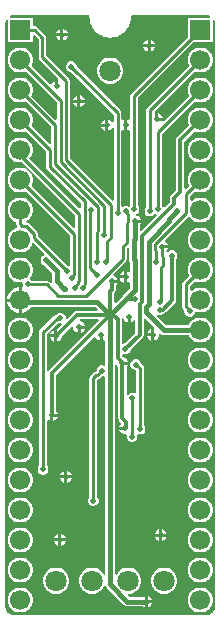
<source format=gtl>
G04*
G04 #@! TF.GenerationSoftware,Altium Limited,Altium Designer,21.0.9 (235)*
G04*
G04 Layer_Physical_Order=1*
G04 Layer_Color=255*
%FSLAX25Y25*%
%MOIN*%
G70*
G04*
G04 #@! TF.SameCoordinates,CEEBEC93-FDC5-4B9E-8111-BC73F9B13B43*
G04*
G04*
G04 #@! TF.FilePolarity,Positive*
G04*
G01*
G75*
%ADD14C,0.01575*%
%ADD15C,0.00984*%
%ADD16C,0.01181*%
%ADD17C,0.06693*%
%ADD18R,0.06693X0.06693*%
%ADD19C,0.07087*%
%ADD20C,0.01968*%
G36*
X68293Y200980D02*
X68869Y200866D01*
X69412Y200641D01*
X69423Y200634D01*
X69271Y200134D01*
X61866D01*
Y193711D01*
X42977Y174822D01*
X42695Y174399D01*
X42595Y173900D01*
Y166464D01*
X42095Y166177D01*
X41700Y166341D01*
Y164400D01*
Y162459D01*
X42095Y162623D01*
X42595Y162336D01*
Y137496D01*
X42268Y137131D01*
X41617Y137401D01*
X40912D01*
X40261Y137131D01*
X40227Y137098D01*
X39765Y137289D01*
Y162375D01*
X40265Y162639D01*
X40700Y162459D01*
Y164400D01*
Y166341D01*
X40265Y166161D01*
X39765Y166425D01*
Y168339D01*
X39666Y168839D01*
X39383Y169262D01*
X24772Y183873D01*
Y184152D01*
X24502Y184804D01*
X24004Y185302D01*
X23352Y185572D01*
X22648D01*
X21996Y185302D01*
X21498Y184804D01*
X21228Y184152D01*
Y183448D01*
X21498Y182796D01*
X21996Y182298D01*
X22648Y182028D01*
X22927D01*
X37156Y167799D01*
Y165345D01*
X36656Y165246D01*
X36582Y165424D01*
X36024Y165982D01*
X35400Y166241D01*
Y164300D01*
Y162359D01*
X36024Y162618D01*
X36582Y163176D01*
X36656Y163354D01*
X37156Y163255D01*
Y139309D01*
X36656Y139101D01*
X22533Y153225D01*
Y179057D01*
X22434Y179556D01*
X22151Y179979D01*
X14713Y187417D01*
Y193411D01*
X14614Y193910D01*
X14331Y194333D01*
X11742Y196923D01*
X11319Y197205D01*
X10820Y197305D01*
X10134D01*
Y200134D01*
X2729D01*
X2577Y200634D01*
X2588Y200641D01*
X3131Y200866D01*
X3706Y200980D01*
X4000Y200980D01*
X28614D01*
X28826Y200893D01*
X28987Y200731D01*
X29075Y200520D01*
Y200406D01*
X29080Y200381D01*
X29076Y200356D01*
X29105Y199777D01*
X29123Y199703D01*
Y199628D01*
X29349Y198492D01*
X29387Y198400D01*
X29407Y198301D01*
X29850Y197231D01*
X29906Y197148D01*
X29944Y197055D01*
X30587Y196093D01*
X30658Y196022D01*
X30714Y195938D01*
X31533Y195120D01*
X31616Y195064D01*
X31687Y194993D01*
X32650Y194350D01*
X32743Y194311D01*
X32826Y194255D01*
X33895Y193812D01*
X33994Y193793D01*
X34087Y193754D01*
X35222Y193528D01*
X35323D01*
X35421Y193509D01*
X36579D01*
X36677Y193528D01*
X36778D01*
X37913Y193754D01*
X38006Y193793D01*
X38104Y193812D01*
X39174Y194255D01*
X39257Y194311D01*
X39350Y194350D01*
X40313Y194993D01*
X40384Y195064D01*
X40467Y195120D01*
X41286Y195938D01*
X41342Y196022D01*
X41413Y196093D01*
X42056Y197055D01*
X42094Y197148D01*
X42150Y197231D01*
X42593Y198301D01*
X42613Y198400D01*
X42651Y198492D01*
X42877Y199628D01*
Y199703D01*
X42895Y199777D01*
X42924Y200356D01*
X42920Y200381D01*
X42925Y200406D01*
Y200520D01*
X43013Y200731D01*
X43174Y200893D01*
X43386Y200980D01*
X68000D01*
X68293Y200980D01*
D02*
G37*
G36*
X42294Y123439D02*
Y119587D01*
X42294Y119586D01*
X42417Y118972D01*
X42614Y118676D01*
Y115664D01*
X42114Y115442D01*
X41607Y115652D01*
Y113712D01*
Y111771D01*
X42114Y111981D01*
X42614Y111759D01*
Y109885D01*
X40180Y107450D01*
X40180Y107450D01*
X37867Y105138D01*
X37405Y105329D01*
Y108386D01*
X37444Y108424D01*
X37748Y108880D01*
X37855Y109418D01*
Y110913D01*
X38132Y111190D01*
X38391Y111814D01*
X36450D01*
Y112814D01*
X38391D01*
X38132Y113438D01*
X37574Y113997D01*
X37131Y114180D01*
X37005Y114761D01*
X41107Y118863D01*
X41390Y119286D01*
X41489Y119785D01*
Y123287D01*
X41832Y123630D01*
X42294Y123439D01*
D02*
G37*
G36*
X42794Y98570D02*
X43418Y98828D01*
X43895Y99305D01*
X44280Y99216D01*
X44395Y99151D01*
Y95082D01*
X40885Y91572D01*
X40748D01*
X40432Y91441D01*
X39932Y91775D01*
Y99527D01*
X39858Y99900D01*
X40339Y100046D01*
X40612Y99386D01*
X41170Y98828D01*
X41794Y98570D01*
Y100510D01*
X42794D01*
Y98570D01*
D02*
G37*
G36*
X32146Y99133D02*
X15607Y82593D01*
X15405Y82291D01*
X14905Y82443D01*
Y94760D01*
X18572Y98427D01*
X19014Y98244D01*
X19550D01*
X19784Y97771D01*
X18400Y96387D01*
Y94100D01*
Y92159D01*
X19024Y92418D01*
X19582Y92976D01*
X19884Y93705D01*
Y93897D01*
X23181Y97194D01*
X23681Y96987D01*
Y96551D01*
X23983Y95821D01*
X24541Y95263D01*
X25165Y95005D01*
Y96946D01*
X25665D01*
Y97445D01*
X27606D01*
X27347Y98070D01*
X26789Y98628D01*
X26060Y98930D01*
X26035D01*
X25774Y99430D01*
X25889Y99595D01*
X31955D01*
X32146Y99133D01*
D02*
G37*
G36*
X1866Y199271D02*
Y191866D01*
X10134D01*
Y194134D01*
X10634Y194341D01*
X12104Y192870D01*
Y186876D01*
X12204Y186377D01*
X12486Y185954D01*
X18782Y179658D01*
X18742Y179530D01*
Y177212D01*
X17742D01*
Y179152D01*
X17118Y178894D01*
X16559Y178336D01*
X16445Y178060D01*
X15855Y177943D01*
X9684Y184114D01*
X9852Y184404D01*
X10134Y185456D01*
Y186544D01*
X9852Y187596D01*
X9308Y188538D01*
X8538Y189308D01*
X7596Y189852D01*
X6544Y190134D01*
X5456D01*
X4404Y189852D01*
X3462Y189308D01*
X2692Y188538D01*
X2148Y187596D01*
X1866Y186544D01*
Y185456D01*
X2148Y184404D01*
X2692Y183462D01*
X3462Y182692D01*
X4404Y182148D01*
X5456Y181866D01*
X6544D01*
X7596Y182148D01*
X7827Y182281D01*
X18152Y171956D01*
Y166346D01*
X17690Y166155D01*
X9702Y174144D01*
X9852Y174404D01*
X10134Y175456D01*
Y176544D01*
X9852Y177596D01*
X9308Y178538D01*
X8538Y179308D01*
X7596Y179852D01*
X6544Y180134D01*
X5456D01*
X4404Y179852D01*
X3462Y179308D01*
X2692Y178538D01*
X2148Y177596D01*
X1866Y176544D01*
Y175456D01*
X2148Y174404D01*
X2692Y173462D01*
X3462Y172692D01*
X4404Y172148D01*
X5456Y171866D01*
X6544D01*
X7596Y172148D01*
X7857Y172299D01*
X16380Y163775D01*
Y158118D01*
X15919Y157926D01*
X9702Y164144D01*
X9852Y164404D01*
X10134Y165456D01*
Y166544D01*
X9852Y167596D01*
X9308Y168538D01*
X8538Y169308D01*
X7596Y169852D01*
X6544Y170134D01*
X5456D01*
X4404Y169852D01*
X3462Y169308D01*
X2692Y168538D01*
X2148Y167596D01*
X1866Y166544D01*
Y165456D01*
X2148Y164404D01*
X2692Y163462D01*
X3462Y162692D01*
X4404Y162148D01*
X5456Y161866D01*
X6544D01*
X7596Y162148D01*
X7857Y162299D01*
X14609Y155546D01*
Y150465D01*
X14708Y149965D01*
X14991Y149542D01*
X26132Y138401D01*
Y136822D01*
X25670Y136630D01*
X9073Y153227D01*
X9308Y153462D01*
X9852Y154404D01*
X10134Y155456D01*
Y156544D01*
X9852Y157596D01*
X9308Y158538D01*
X8538Y159308D01*
X7596Y159852D01*
X6544Y160134D01*
X5456D01*
X4404Y159852D01*
X3462Y159308D01*
X2692Y158538D01*
X2148Y157596D01*
X1866Y156544D01*
Y155456D01*
X2148Y154404D01*
X2692Y153462D01*
X3462Y152692D01*
X4404Y152148D01*
X5456Y151866D01*
X6544D01*
X6702Y151908D01*
X24361Y134249D01*
Y130138D01*
X23899Y129946D01*
X9702Y144143D01*
X9852Y144404D01*
X10134Y145456D01*
Y146544D01*
X9852Y147596D01*
X9308Y148538D01*
X8538Y149308D01*
X7596Y149852D01*
X6544Y150134D01*
X5456D01*
X4404Y149852D01*
X3462Y149308D01*
X2692Y148538D01*
X2148Y147596D01*
X1866Y146544D01*
Y145456D01*
X2148Y144404D01*
X2692Y143462D01*
X3462Y142692D01*
X4404Y142148D01*
X5456Y141866D01*
X6544D01*
X7596Y142148D01*
X7857Y142298D01*
X22589Y127566D01*
Y117639D01*
X22173Y117361D01*
X21982Y117440D01*
X21745D01*
X11931Y127255D01*
Y127916D01*
X11831Y128415D01*
X11548Y128839D01*
X8839Y131549D01*
X8415Y131831D01*
X8142Y131886D01*
X8055Y132413D01*
X8538Y132692D01*
X9308Y133462D01*
X9852Y134404D01*
X10134Y135456D01*
Y136544D01*
X9852Y137596D01*
X9308Y138538D01*
X8538Y139308D01*
X7596Y139852D01*
X6544Y140134D01*
X5456D01*
X4404Y139852D01*
X3462Y139308D01*
X2692Y138538D01*
X2148Y137596D01*
X1866Y136544D01*
Y135456D01*
X2148Y134404D01*
X2692Y133462D01*
X3462Y132692D01*
X4404Y132148D01*
X4695Y132070D01*
Y131340D01*
X4795Y130841D01*
X5003Y130530D01*
X4896Y129984D01*
X4404Y129852D01*
X3462Y129308D01*
X2692Y128538D01*
X2148Y127596D01*
X1866Y126544D01*
Y125456D01*
X2148Y124404D01*
X2692Y123462D01*
X3462Y122692D01*
X4404Y122148D01*
X5456Y121866D01*
X6544D01*
X7596Y122148D01*
X8538Y122692D01*
X9308Y123462D01*
X9852Y124404D01*
X9984Y124899D01*
X10468Y125028D01*
X14021Y121475D01*
X13903Y120885D01*
X13600Y120759D01*
X13101Y120261D01*
X12832Y119610D01*
Y118905D01*
X13101Y118254D01*
X13600Y117755D01*
X14001Y117589D01*
X14694Y116896D01*
X14694Y116896D01*
X16597Y114992D01*
Y112300D01*
X16597Y112300D01*
X16691Y111832D01*
X16651Y111782D01*
X16161Y111654D01*
X15693Y112122D01*
X15269Y112405D01*
X14770Y112505D01*
X9901D01*
X9704Y112702D01*
X9386Y112833D01*
X9269Y113423D01*
X9308Y113462D01*
X9852Y114404D01*
X10134Y115456D01*
Y116544D01*
X9852Y117596D01*
X9308Y118538D01*
X8538Y119308D01*
X7596Y119852D01*
X6544Y120134D01*
X5456D01*
X4404Y119852D01*
X3462Y119308D01*
X2692Y118538D01*
X2148Y117596D01*
X1866Y116544D01*
Y115456D01*
X2148Y114404D01*
X2692Y113462D01*
X3462Y112692D01*
X4404Y112148D01*
X5456Y111866D01*
X6544D01*
X6560Y111870D01*
X6928Y111451D01*
Y110848D01*
X6965Y110759D01*
X6598Y110340D01*
X6572Y110346D01*
X6500D01*
Y106000D01*
Y101654D01*
X6572D01*
X7678Y101950D01*
X8669Y102522D01*
X9478Y103331D01*
X9728Y103764D01*
X30966D01*
X31862Y102867D01*
X31671Y102405D01*
X25000D01*
X24462Y102298D01*
X24006Y101993D01*
X21610Y99597D01*
X21138Y99832D01*
Y100368D01*
X20868Y101019D01*
X20370Y101518D01*
X19718Y101787D01*
X19014D01*
X18363Y101518D01*
X17940Y101095D01*
X17628Y101033D01*
X17205Y100750D01*
X12677Y96223D01*
X12395Y95799D01*
X12295Y95300D01*
Y50801D01*
X12098Y50604D01*
X11828Y49952D01*
Y49248D01*
X12098Y48596D01*
X12596Y48098D01*
X13248Y47828D01*
X13952D01*
X14604Y48098D01*
X15102Y48596D01*
X15372Y49248D01*
Y49952D01*
X15102Y50604D01*
X14905Y50801D01*
Y65782D01*
X15405Y65989D01*
X15476Y65918D01*
X16100Y65659D01*
Y67600D01*
X16600D01*
Y68100D01*
X18541D01*
X18282Y68724D01*
X18005Y69001D01*
Y81018D01*
X30611Y93624D01*
X31201Y93507D01*
X31299Y93270D01*
X31857Y92712D01*
X32481Y92454D01*
Y94394D01*
X33481D01*
Y92454D01*
X33894Y92625D01*
X34394Y92348D01*
Y84460D01*
X33894Y84126D01*
X33599Y84248D01*
X32894D01*
X32243Y83978D01*
X31745Y83480D01*
X31475Y82829D01*
Y82550D01*
X31072Y82147D01*
X30844Y82101D01*
X30421Y81818D01*
X29478Y80875D01*
X29195Y80452D01*
X29095Y79953D01*
Y40301D01*
X28898Y40104D01*
X28628Y39452D01*
Y38748D01*
X28898Y38096D01*
X29396Y37598D01*
X30048Y37328D01*
X30752D01*
X31404Y37598D01*
X31902Y38096D01*
X32172Y38748D01*
Y39452D01*
X31902Y40104D01*
X31705Y40301D01*
Y79413D01*
X31937Y79645D01*
X32165Y79691D01*
X32589Y79974D01*
X33320Y80705D01*
X33599D01*
X33894Y80827D01*
X34394Y80493D01*
Y14550D01*
X33894Y14416D01*
X33465Y15159D01*
X32659Y15965D01*
X31672Y16536D01*
X30570Y16831D01*
X29430D01*
X28328Y16536D01*
X27341Y15965D01*
X26535Y15159D01*
X25964Y14172D01*
X25669Y13070D01*
Y11930D01*
X25964Y10828D01*
X26535Y9841D01*
X27341Y9035D01*
X28328Y8464D01*
X29430Y8169D01*
X30570D01*
X31672Y8464D01*
X32659Y9035D01*
X33465Y9841D01*
X33987Y10745D01*
X34359Y10760D01*
X34509Y10686D01*
X34517Y10647D01*
X34865Y10126D01*
X40626Y4365D01*
X40626Y4365D01*
X41147Y4017D01*
X41762Y3894D01*
X41762Y3894D01*
X46799D01*
X46876Y3818D01*
X47500Y3559D01*
Y5500D01*
Y7441D01*
X46876Y7182D01*
X46799Y7106D01*
X42427D01*
X41863Y7669D01*
X42070Y8169D01*
X42570D01*
X43672Y8464D01*
X44659Y9035D01*
X45465Y9841D01*
X46036Y10828D01*
X46331Y11930D01*
Y13070D01*
X46036Y14172D01*
X45465Y15159D01*
X44659Y15965D01*
X43672Y16536D01*
X42570Y16831D01*
X41430D01*
X40328Y16536D01*
X39341Y15965D01*
X38535Y15159D01*
X38106Y14416D01*
X37606Y14550D01*
Y84289D01*
X38106Y84388D01*
X38318Y83876D01*
X38662Y83532D01*
Y66566D01*
X38769Y66028D01*
X39074Y65573D01*
X39725Y64921D01*
Y64731D01*
X39338Y64344D01*
X39079Y63720D01*
X41020D01*
Y62720D01*
X39079D01*
X39338Y62096D01*
X39896Y61537D01*
X40625Y61235D01*
X41129D01*
X41491Y60874D01*
X41512Y60773D01*
Y60148D01*
X41781Y59496D01*
X42280Y58998D01*
X42931Y58728D01*
X43636D01*
X44287Y58998D01*
X44785Y59496D01*
X45055Y60148D01*
Y60852D01*
X45027Y60920D01*
X45410Y61302D01*
X45588Y61228D01*
X46293D01*
X46944Y61498D01*
X47443Y61996D01*
X47713Y62648D01*
Y63352D01*
X47443Y64004D01*
X47245Y64201D01*
Y83293D01*
X47146Y83792D01*
X46863Y84215D01*
X46855Y84221D01*
X46236Y84840D01*
Y84852D01*
X45967Y85504D01*
X45468Y86002D01*
X44817Y86272D01*
X44112D01*
X43461Y86002D01*
X42963Y85504D01*
X42693Y84852D01*
Y84148D01*
X42963Y83496D01*
X43461Y82998D01*
X44112Y82728D01*
X44636D01*
Y75121D01*
X44136Y74879D01*
X43636Y75087D01*
X42931D01*
X42280Y74817D01*
X41972Y74509D01*
X41472Y74716D01*
Y83666D01*
X41682Y83876D01*
X41941Y84500D01*
X40000D01*
Y85500D01*
X41941D01*
X41682Y86124D01*
X41124Y86682D01*
X40395Y86984D01*
X40216D01*
X39932Y87268D01*
Y87825D01*
X40432Y88159D01*
X40748Y88028D01*
X41452D01*
X42104Y88298D01*
X42602Y88796D01*
X42872Y89448D01*
Y89585D01*
X46793Y93507D01*
X47098Y93962D01*
X47205Y94500D01*
Y99771D01*
X47667Y99962D01*
X50791Y96839D01*
X50700Y96626D01*
Y94394D01*
Y92454D01*
X51324Y92712D01*
X51882Y93270D01*
X52184Y94000D01*
Y94738D01*
X52300Y94832D01*
X52765Y94865D01*
X53285Y94517D01*
X53900Y94394D01*
X62154D01*
X62692Y93462D01*
X63462Y92692D01*
X64404Y92148D01*
X65456Y91866D01*
X66544D01*
X67596Y92148D01*
X68538Y92692D01*
X69308Y93462D01*
X69852Y94404D01*
X70134Y95456D01*
Y96544D01*
X69852Y97596D01*
X69308Y98538D01*
X68538Y99308D01*
X67596Y99852D01*
X66544Y100134D01*
X65456D01*
X64404Y99852D01*
X63462Y99308D01*
X62692Y98538D01*
X62154Y97606D01*
X54565D01*
X51435Y100736D01*
X51718Y101160D01*
X52275Y100929D01*
X52979D01*
X53631Y101199D01*
X53985Y101553D01*
X53988Y101553D01*
X54443Y101858D01*
X57593Y105008D01*
X57898Y105464D01*
X58005Y106002D01*
Y119700D01*
X58102Y119796D01*
X58372Y120448D01*
Y121152D01*
X58102Y121804D01*
X57604Y122302D01*
X56952Y122572D01*
X56248D01*
X55596Y122302D01*
X55173Y121878D01*
X54832Y121927D01*
X54652Y122011D01*
X54616Y122303D01*
X54942Y122629D01*
X55200Y123253D01*
X53260D01*
Y124253D01*
X55200D01*
X54942Y124877D01*
X54384Y125435D01*
X54235Y125497D01*
X54137Y125988D01*
X61931Y133781D01*
X62555Y133698D01*
X62692Y133462D01*
X63462Y132692D01*
X64404Y132148D01*
X65456Y131866D01*
X66544D01*
X67596Y132148D01*
X68538Y132692D01*
X69308Y133462D01*
X69852Y134404D01*
X70134Y135456D01*
Y136544D01*
X69852Y137596D01*
X69308Y138538D01*
X68538Y139308D01*
X67596Y139852D01*
X66544Y140134D01*
X65456D01*
X64404Y139852D01*
X63462Y139308D01*
X63179Y139025D01*
X62679Y139232D01*
Y140834D01*
X64144Y142298D01*
X64404Y142148D01*
X65456Y141866D01*
X66544D01*
X67596Y142148D01*
X68538Y142692D01*
X69308Y143462D01*
X69852Y144404D01*
X70134Y145456D01*
Y146544D01*
X69852Y147596D01*
X69308Y148538D01*
X68538Y149308D01*
X67596Y149852D01*
X66544Y150134D01*
X65456D01*
X64404Y149852D01*
X63462Y149308D01*
X62692Y148538D01*
X62148Y147596D01*
X61866Y146544D01*
Y145456D01*
X62148Y144404D01*
X62299Y144143D01*
X61167Y143012D01*
X60705Y143203D01*
Y158718D01*
X64233Y162247D01*
X64404Y162148D01*
X65456Y161866D01*
X66544D01*
X67596Y162148D01*
X68538Y162692D01*
X69308Y163462D01*
X69852Y164404D01*
X70134Y165456D01*
Y166544D01*
X69852Y167596D01*
X69308Y168538D01*
X68538Y169308D01*
X67596Y169852D01*
X66544Y170134D01*
X65456D01*
X64404Y169852D01*
X63462Y169308D01*
X62692Y168538D01*
X62148Y167596D01*
X61866Y166544D01*
Y165456D01*
X62148Y164404D01*
X62247Y164234D01*
X58307Y160293D01*
X58002Y159838D01*
X57895Y159300D01*
Y142527D01*
X56305Y140937D01*
X56001Y140481D01*
X55894Y139944D01*
Y138657D01*
X54149Y136911D01*
X53593Y137064D01*
X53417Y137490D01*
X53219Y137687D01*
Y161374D01*
X64144Y172299D01*
X64404Y172148D01*
X65456Y171866D01*
X66544D01*
X67596Y172148D01*
X68538Y172692D01*
X69308Y173462D01*
X69852Y174404D01*
X70134Y175456D01*
Y176544D01*
X69852Y177596D01*
X69308Y178538D01*
X68538Y179308D01*
X67596Y179852D01*
X66544Y180134D01*
X65456D01*
X64404Y179852D01*
X63462Y179308D01*
X62692Y178538D01*
X62148Y177596D01*
X61866Y176544D01*
Y175456D01*
X62148Y174404D01*
X62299Y174144D01*
X53962Y165807D01*
X53944Y165811D01*
X51516D01*
Y166311D01*
X51016D01*
Y168430D01*
X50802Y168704D01*
X50782Y168937D01*
X64144Y182299D01*
X64404Y182148D01*
X65456Y181866D01*
X66544D01*
X67596Y182148D01*
X68538Y182692D01*
X69308Y183462D01*
X69852Y184404D01*
X70134Y185456D01*
Y186544D01*
X69852Y187596D01*
X69308Y188538D01*
X68538Y189308D01*
X67596Y189852D01*
X66544Y190134D01*
X65456D01*
X64404Y189852D01*
X63462Y189308D01*
X62692Y188538D01*
X62148Y187596D01*
X61866Y186544D01*
Y185456D01*
X62148Y184404D01*
X62299Y184143D01*
X48329Y170174D01*
X48046Y169751D01*
X47947Y169252D01*
Y136884D01*
X47750Y136687D01*
X47480Y136036D01*
Y135331D01*
X47750Y134680D01*
X48248Y134182D01*
X48899Y133912D01*
X49604D01*
X50255Y134182D01*
X50754Y134680D01*
X51339Y134803D01*
X51490Y134253D01*
X46387Y129149D01*
X45924Y129341D01*
Y130992D01*
X46001Y131069D01*
X46259Y131693D01*
X44319D01*
Y132693D01*
X46259D01*
X46001Y133317D01*
X45443Y133875D01*
X44719Y134175D01*
X44710Y134198D01*
X44625Y134677D01*
X44939Y134807D01*
X45437Y135305D01*
X45707Y135957D01*
Y136661D01*
X45437Y137312D01*
X45205Y137545D01*
Y173360D01*
X63711Y191866D01*
X70134D01*
Y199271D01*
X70634Y199423D01*
X70641Y199412D01*
X70866Y198869D01*
X70981Y198293D01*
Y198000D01*
Y4000D01*
Y3706D01*
X70866Y3131D01*
X70641Y2588D01*
X70315Y2100D01*
X69900Y1685D01*
X69412Y1359D01*
X68869Y1134D01*
X68294Y1020D01*
X3706D01*
X3131Y1134D01*
X2588Y1359D01*
X2100Y1685D01*
X1685Y2100D01*
X1359Y2588D01*
X1134Y3131D01*
X1020Y3706D01*
Y4000D01*
Y198000D01*
Y198294D01*
X1134Y198869D01*
X1359Y199412D01*
X1366Y199423D01*
X1866Y199271D01*
D02*
G37*
%LPC*%
G36*
X20424Y196441D02*
Y195000D01*
X21864D01*
X21606Y195624D01*
X21048Y196182D01*
X20424Y196441D01*
D02*
G37*
G36*
X19424D02*
X18800Y196182D01*
X18242Y195624D01*
X17983Y195000D01*
X19424D01*
Y196441D01*
D02*
G37*
G36*
X21864Y194000D02*
X20424D01*
Y192559D01*
X21048Y192818D01*
X21606Y193376D01*
X21864Y194000D01*
D02*
G37*
G36*
X19424D02*
X17983D01*
X18242Y193376D01*
X18800Y192818D01*
X19424Y192559D01*
Y194000D01*
D02*
G37*
G36*
X49478Y192763D02*
Y191323D01*
X50919D01*
X50661Y191947D01*
X50102Y192505D01*
X49478Y192763D01*
D02*
G37*
G36*
X48478D02*
X47854Y192505D01*
X47296Y191947D01*
X47038Y191323D01*
X48478D01*
Y192763D01*
D02*
G37*
G36*
X50919Y190323D02*
X49478D01*
Y188882D01*
X50102Y189141D01*
X50661Y189699D01*
X50919Y190323D01*
D02*
G37*
G36*
X48478D02*
X47038D01*
X47296Y189699D01*
X47854Y189141D01*
X48478Y188882D01*
Y190323D01*
D02*
G37*
G36*
X36570Y186831D02*
X35430D01*
X34328Y186536D01*
X33341Y185965D01*
X32535Y185159D01*
X31964Y184172D01*
X31669Y183070D01*
Y181930D01*
X31964Y180828D01*
X32535Y179841D01*
X33341Y179035D01*
X34328Y178464D01*
X35430Y178169D01*
X36570D01*
X37672Y178464D01*
X38659Y179035D01*
X39465Y179841D01*
X40036Y180828D01*
X40331Y181930D01*
Y183070D01*
X40036Y184172D01*
X39465Y185159D01*
X38659Y185965D01*
X37672Y186536D01*
X36570Y186831D01*
D02*
G37*
G36*
X26100Y174239D02*
Y172799D01*
X27541D01*
X27282Y173423D01*
X26724Y173981D01*
X26100Y174239D01*
D02*
G37*
G36*
X25100D02*
X24476Y173981D01*
X23918Y173423D01*
X23659Y172799D01*
X25100D01*
Y174239D01*
D02*
G37*
G36*
X27541Y171799D02*
X26100D01*
Y170358D01*
X26724Y170616D01*
X27282Y171175D01*
X27541Y171799D01*
D02*
G37*
G36*
X25100D02*
X23659D01*
X23918Y171175D01*
X24476Y170616D01*
X25100Y170358D01*
Y171799D01*
D02*
G37*
G36*
X34400Y166241D02*
X33776Y165982D01*
X33218Y165424D01*
X32959Y164800D01*
X34400D01*
Y166241D01*
D02*
G37*
G36*
Y163800D02*
X32959D01*
X33218Y163176D01*
X33776Y162618D01*
X34400Y162359D01*
Y163800D01*
D02*
G37*
G36*
X40607Y115652D02*
X39983Y115394D01*
X39425Y114836D01*
X39166Y114212D01*
X40607D01*
Y115652D01*
D02*
G37*
G36*
Y113212D02*
X39166D01*
X39425Y112588D01*
X39983Y112030D01*
X40607Y111771D01*
Y113212D01*
D02*
G37*
G36*
X27606Y96446D02*
X26165D01*
Y95005D01*
X26789Y95263D01*
X27347Y95821D01*
X27606Y96446D01*
D02*
G37*
G36*
X17400Y96041D02*
X16776Y95782D01*
X16218Y95224D01*
X15959Y94600D01*
X17400D01*
Y96041D01*
D02*
G37*
G36*
Y93600D02*
X15959D01*
X16218Y92976D01*
X16776Y92418D01*
X17400Y92159D01*
Y93600D01*
D02*
G37*
G36*
X52016Y168251D02*
Y166811D01*
X53456D01*
X53198Y167435D01*
X52640Y167993D01*
X52016Y168251D01*
D02*
G37*
G36*
X66544Y160134D02*
X65456D01*
X64404Y159852D01*
X63462Y159308D01*
X62692Y158538D01*
X62148Y157596D01*
X61866Y156544D01*
Y155456D01*
X62148Y154404D01*
X62692Y153462D01*
X63462Y152692D01*
X64404Y152148D01*
X65456Y151866D01*
X66544D01*
X67596Y152148D01*
X68538Y152692D01*
X69308Y153462D01*
X69852Y154404D01*
X70134Y155456D01*
Y156544D01*
X69852Y157596D01*
X69308Y158538D01*
X68538Y159308D01*
X67596Y159852D01*
X66544Y160134D01*
D02*
G37*
G36*
Y130134D02*
X65456D01*
X64404Y129852D01*
X63462Y129308D01*
X62692Y128538D01*
X62148Y127596D01*
X61866Y126544D01*
Y125456D01*
X62148Y124404D01*
X62692Y123462D01*
X63462Y122692D01*
X64404Y122148D01*
X65456Y121866D01*
X66544D01*
X67596Y122148D01*
X68538Y122692D01*
X69308Y123462D01*
X69852Y124404D01*
X70134Y125456D01*
Y126544D01*
X69852Y127596D01*
X69308Y128538D01*
X68538Y129308D01*
X67596Y129852D01*
X66544Y130134D01*
D02*
G37*
G36*
Y120134D02*
X65456D01*
X64404Y119852D01*
X63462Y119308D01*
X62692Y118538D01*
X62148Y117596D01*
X61866Y116544D01*
Y115456D01*
X62148Y114404D01*
X62299Y114144D01*
X60452Y112296D01*
X60169Y111873D01*
X60069Y111374D01*
Y103657D01*
X60169Y103158D01*
X60452Y102734D01*
X60711Y102475D01*
Y101929D01*
X60981Y101278D01*
X61479Y100780D01*
X62130Y100510D01*
X62835D01*
X63486Y100780D01*
X63985Y101278D01*
X64165Y101714D01*
X64289Y101938D01*
X64754Y102054D01*
X65456Y101866D01*
X66544D01*
X67596Y102148D01*
X68538Y102692D01*
X69308Y103462D01*
X69852Y104404D01*
X70134Y105456D01*
Y106544D01*
X69852Y107596D01*
X69308Y108538D01*
X68538Y109308D01*
X67596Y109852D01*
X66544Y110134D01*
X65456D01*
X64404Y109852D01*
X63462Y109308D01*
X63179Y109025D01*
X62679Y109232D01*
Y110834D01*
X64144Y112299D01*
X64404Y112148D01*
X65456Y111866D01*
X66544D01*
X67596Y112148D01*
X68538Y112692D01*
X69308Y113462D01*
X69852Y114404D01*
X70134Y115456D01*
Y116544D01*
X69852Y117596D01*
X69308Y118538D01*
X68538Y119308D01*
X67596Y119852D01*
X66544Y120134D01*
D02*
G37*
G36*
X5500Y110346D02*
X5428D01*
X4322Y110050D01*
X3331Y109478D01*
X2522Y108669D01*
X1950Y107678D01*
X1654Y106572D01*
Y106500D01*
X5500D01*
Y110346D01*
D02*
G37*
G36*
Y105500D02*
X1654D01*
Y105428D01*
X1950Y104322D01*
X2522Y103331D01*
X3331Y102522D01*
X4322Y101950D01*
X5428Y101654D01*
X5500D01*
Y105500D01*
D02*
G37*
G36*
X49700Y96335D02*
X49076Y96077D01*
X48518Y95518D01*
X48259Y94894D01*
X49700D01*
Y96335D01*
D02*
G37*
G36*
Y93894D02*
X48259D01*
X48518Y93270D01*
X49076Y92712D01*
X49700Y92454D01*
Y93894D01*
D02*
G37*
G36*
X6544Y100134D02*
X5456D01*
X4404Y99852D01*
X3462Y99308D01*
X2692Y98538D01*
X2148Y97596D01*
X1866Y96544D01*
Y95456D01*
X2148Y94404D01*
X2692Y93462D01*
X3462Y92692D01*
X4404Y92148D01*
X5456Y91866D01*
X6544D01*
X7596Y92148D01*
X8538Y92692D01*
X9308Y93462D01*
X9852Y94404D01*
X10134Y95456D01*
Y96544D01*
X9852Y97596D01*
X9308Y98538D01*
X8538Y99308D01*
X7596Y99852D01*
X6544Y100134D01*
D02*
G37*
G36*
X66544Y90134D02*
X65456D01*
X64404Y89852D01*
X63462Y89308D01*
X62692Y88538D01*
X62148Y87596D01*
X61866Y86544D01*
Y85456D01*
X62148Y84404D01*
X62692Y83462D01*
X63462Y82692D01*
X64404Y82148D01*
X65456Y81866D01*
X66544D01*
X67596Y82148D01*
X68538Y82692D01*
X69308Y83462D01*
X69852Y84404D01*
X70134Y85456D01*
Y86544D01*
X69852Y87596D01*
X69308Y88538D01*
X68538Y89308D01*
X67596Y89852D01*
X66544Y90134D01*
D02*
G37*
G36*
X6544D02*
X5456D01*
X4404Y89852D01*
X3462Y89308D01*
X2692Y88538D01*
X2148Y87596D01*
X1866Y86544D01*
Y85456D01*
X2148Y84404D01*
X2692Y83462D01*
X3462Y82692D01*
X4404Y82148D01*
X5456Y81866D01*
X6544D01*
X7596Y82148D01*
X8538Y82692D01*
X9308Y83462D01*
X9852Y84404D01*
X10134Y85456D01*
Y86544D01*
X9852Y87596D01*
X9308Y88538D01*
X8538Y89308D01*
X7596Y89852D01*
X6544Y90134D01*
D02*
G37*
G36*
X66544Y80134D02*
X65456D01*
X64404Y79852D01*
X63462Y79308D01*
X62692Y78538D01*
X62148Y77596D01*
X61866Y76544D01*
Y75456D01*
X62148Y74404D01*
X62692Y73462D01*
X63462Y72692D01*
X64404Y72148D01*
X65456Y71866D01*
X66544D01*
X67596Y72148D01*
X68538Y72692D01*
X69308Y73462D01*
X69852Y74404D01*
X70134Y75456D01*
Y76544D01*
X69852Y77596D01*
X69308Y78538D01*
X68538Y79308D01*
X67596Y79852D01*
X66544Y80134D01*
D02*
G37*
G36*
X6544D02*
X5456D01*
X4404Y79852D01*
X3462Y79308D01*
X2692Y78538D01*
X2148Y77596D01*
X1866Y76544D01*
Y75456D01*
X2148Y74404D01*
X2692Y73462D01*
X3462Y72692D01*
X4404Y72148D01*
X5456Y71866D01*
X6544D01*
X7596Y72148D01*
X8538Y72692D01*
X9308Y73462D01*
X9852Y74404D01*
X10134Y75456D01*
Y76544D01*
X9852Y77596D01*
X9308Y78538D01*
X8538Y79308D01*
X7596Y79852D01*
X6544Y80134D01*
D02*
G37*
G36*
X18541Y67100D02*
X17100D01*
Y65659D01*
X17724Y65918D01*
X18282Y66476D01*
X18541Y67100D01*
D02*
G37*
G36*
X66544Y70134D02*
X65456D01*
X64404Y69852D01*
X63462Y69308D01*
X62692Y68538D01*
X62148Y67596D01*
X61866Y66544D01*
Y65456D01*
X62148Y64404D01*
X62692Y63462D01*
X63462Y62692D01*
X64404Y62148D01*
X65456Y61866D01*
X66544D01*
X67596Y62148D01*
X68538Y62692D01*
X69308Y63462D01*
X69852Y64404D01*
X70134Y65456D01*
Y66544D01*
X69852Y67596D01*
X69308Y68538D01*
X68538Y69308D01*
X67596Y69852D01*
X66544Y70134D01*
D02*
G37*
G36*
X6544D02*
X5456D01*
X4404Y69852D01*
X3462Y69308D01*
X2692Y68538D01*
X2148Y67596D01*
X1866Y66544D01*
Y65456D01*
X2148Y64404D01*
X2692Y63462D01*
X3462Y62692D01*
X4404Y62148D01*
X5456Y61866D01*
X6544D01*
X7596Y62148D01*
X8538Y62692D01*
X9308Y63462D01*
X9852Y64404D01*
X10134Y65456D01*
Y66544D01*
X9852Y67596D01*
X9308Y68538D01*
X8538Y69308D01*
X7596Y69852D01*
X6544Y70134D01*
D02*
G37*
G36*
X66544Y60134D02*
X65456D01*
X64404Y59852D01*
X63462Y59308D01*
X62692Y58538D01*
X62148Y57596D01*
X61866Y56544D01*
Y55456D01*
X62148Y54404D01*
X62692Y53462D01*
X63462Y52692D01*
X64404Y52148D01*
X65456Y51866D01*
X66544D01*
X67596Y52148D01*
X68538Y52692D01*
X69308Y53462D01*
X69852Y54404D01*
X70134Y55456D01*
Y56544D01*
X69852Y57596D01*
X69308Y58538D01*
X68538Y59308D01*
X67596Y59852D01*
X66544Y60134D01*
D02*
G37*
G36*
X6544D02*
X5456D01*
X4404Y59852D01*
X3462Y59308D01*
X2692Y58538D01*
X2148Y57596D01*
X1866Y56544D01*
Y55456D01*
X2148Y54404D01*
X2692Y53462D01*
X3462Y52692D01*
X4404Y52148D01*
X5456Y51866D01*
X6544D01*
X7596Y52148D01*
X8538Y52692D01*
X9308Y53462D01*
X9852Y54404D01*
X10134Y55456D01*
Y56544D01*
X9852Y57596D01*
X9308Y58538D01*
X8538Y59308D01*
X7596Y59852D01*
X6544Y60134D01*
D02*
G37*
G36*
X21736Y49020D02*
Y47579D01*
X23177D01*
X22918Y48203D01*
X22360Y48761D01*
X21736Y49020D01*
D02*
G37*
G36*
X20736D02*
X20112Y48761D01*
X19554Y48203D01*
X19296Y47579D01*
X20736D01*
Y49020D01*
D02*
G37*
G36*
X23177Y46579D02*
X21736D01*
Y45138D01*
X22360Y45397D01*
X22918Y45955D01*
X23177Y46579D01*
D02*
G37*
G36*
X20736D02*
X19296D01*
X19554Y45955D01*
X20112Y45397D01*
X20736Y45138D01*
Y46579D01*
D02*
G37*
G36*
X66544Y50134D02*
X65456D01*
X64404Y49852D01*
X63462Y49308D01*
X62692Y48538D01*
X62148Y47596D01*
X61866Y46544D01*
Y45456D01*
X62148Y44404D01*
X62692Y43462D01*
X63462Y42692D01*
X64404Y42148D01*
X65456Y41866D01*
X66544D01*
X67596Y42148D01*
X68538Y42692D01*
X69308Y43462D01*
X69852Y44404D01*
X70134Y45456D01*
Y46544D01*
X69852Y47596D01*
X69308Y48538D01*
X68538Y49308D01*
X67596Y49852D01*
X66544Y50134D01*
D02*
G37*
G36*
X6544D02*
X5456D01*
X4404Y49852D01*
X3462Y49308D01*
X2692Y48538D01*
X2148Y47596D01*
X1866Y46544D01*
Y45456D01*
X2148Y44404D01*
X2692Y43462D01*
X3462Y42692D01*
X4404Y42148D01*
X5456Y41866D01*
X6544D01*
X7596Y42148D01*
X8538Y42692D01*
X9308Y43462D01*
X9852Y44404D01*
X10134Y45456D01*
Y46544D01*
X9852Y47596D01*
X9308Y48538D01*
X8538Y49308D01*
X7596Y49852D01*
X6544Y50134D01*
D02*
G37*
G36*
X66544Y40134D02*
X65456D01*
X64404Y39852D01*
X63462Y39308D01*
X62692Y38538D01*
X62148Y37596D01*
X61866Y36544D01*
Y35456D01*
X62148Y34404D01*
X62692Y33462D01*
X63462Y32692D01*
X64404Y32148D01*
X65456Y31866D01*
X66544D01*
X67596Y32148D01*
X68538Y32692D01*
X69308Y33462D01*
X69852Y34404D01*
X70134Y35456D01*
Y36544D01*
X69852Y37596D01*
X69308Y38538D01*
X68538Y39308D01*
X67596Y39852D01*
X66544Y40134D01*
D02*
G37*
G36*
X6544D02*
X5456D01*
X4404Y39852D01*
X3462Y39308D01*
X2692Y38538D01*
X2148Y37596D01*
X1866Y36544D01*
Y35456D01*
X2148Y34404D01*
X2692Y33462D01*
X3462Y32692D01*
X4404Y32148D01*
X5456Y31866D01*
X6544D01*
X7596Y32148D01*
X8538Y32692D01*
X9308Y33462D01*
X9852Y34404D01*
X10134Y35456D01*
Y36544D01*
X9852Y37596D01*
X9308Y38538D01*
X8538Y39308D01*
X7596Y39852D01*
X6544Y40134D01*
D02*
G37*
G36*
X53319Y29542D02*
Y28102D01*
X54760D01*
X54501Y28726D01*
X53943Y29284D01*
X53319Y29542D01*
D02*
G37*
G36*
X52319D02*
X51695Y29284D01*
X51137Y28726D01*
X50878Y28102D01*
X52319D01*
Y29542D01*
D02*
G37*
G36*
X19681Y28062D02*
Y26621D01*
X21122D01*
X20863Y27245D01*
X20305Y27804D01*
X19681Y28062D01*
D02*
G37*
G36*
X18681D02*
X18057Y27804D01*
X17499Y27245D01*
X17241Y26621D01*
X18681D01*
Y28062D01*
D02*
G37*
G36*
X54760Y27102D02*
X53319D01*
Y25661D01*
X53943Y25920D01*
X54501Y26478D01*
X54760Y27102D01*
D02*
G37*
G36*
X52319D02*
X50878D01*
X51137Y26478D01*
X51695Y25920D01*
X52319Y25661D01*
Y27102D01*
D02*
G37*
G36*
X21122Y25621D02*
X19681D01*
Y24181D01*
X20305Y24439D01*
X20863Y24997D01*
X21122Y25621D01*
D02*
G37*
G36*
X18681D02*
X17241D01*
X17499Y24997D01*
X18057Y24439D01*
X18681Y24181D01*
Y25621D01*
D02*
G37*
G36*
X66544Y30134D02*
X65456D01*
X64404Y29852D01*
X63462Y29308D01*
X62692Y28538D01*
X62148Y27596D01*
X61866Y26544D01*
Y25456D01*
X62148Y24404D01*
X62692Y23462D01*
X63462Y22692D01*
X64404Y22148D01*
X65456Y21866D01*
X66544D01*
X67596Y22148D01*
X68538Y22692D01*
X69308Y23462D01*
X69852Y24404D01*
X70134Y25456D01*
Y26544D01*
X69852Y27596D01*
X69308Y28538D01*
X68538Y29308D01*
X67596Y29852D01*
X66544Y30134D01*
D02*
G37*
G36*
X6544D02*
X5456D01*
X4404Y29852D01*
X3462Y29308D01*
X2692Y28538D01*
X2148Y27596D01*
X1866Y26544D01*
Y25456D01*
X2148Y24404D01*
X2692Y23462D01*
X3462Y22692D01*
X4404Y22148D01*
X5456Y21866D01*
X6544D01*
X7596Y22148D01*
X8538Y22692D01*
X9308Y23462D01*
X9852Y24404D01*
X10134Y25456D01*
Y26544D01*
X9852Y27596D01*
X9308Y28538D01*
X8538Y29308D01*
X7596Y29852D01*
X6544Y30134D01*
D02*
G37*
G36*
X66544Y20134D02*
X65456D01*
X64404Y19852D01*
X63462Y19308D01*
X62692Y18538D01*
X62148Y17596D01*
X61866Y16544D01*
Y15456D01*
X62148Y14404D01*
X62692Y13462D01*
X63462Y12692D01*
X64404Y12148D01*
X65456Y11866D01*
X66544D01*
X67596Y12148D01*
X68538Y12692D01*
X69308Y13462D01*
X69852Y14404D01*
X70134Y15456D01*
Y16544D01*
X69852Y17596D01*
X69308Y18538D01*
X68538Y19308D01*
X67596Y19852D01*
X66544Y20134D01*
D02*
G37*
G36*
X6544D02*
X5456D01*
X4404Y19852D01*
X3462Y19308D01*
X2692Y18538D01*
X2148Y17596D01*
X1866Y16544D01*
Y15456D01*
X2148Y14404D01*
X2692Y13462D01*
X3462Y12692D01*
X4404Y12148D01*
X5456Y11866D01*
X6544D01*
X7596Y12148D01*
X8538Y12692D01*
X9308Y13462D01*
X9852Y14404D01*
X10134Y15456D01*
Y16544D01*
X9852Y17596D01*
X9308Y18538D01*
X8538Y19308D01*
X7596Y19852D01*
X6544Y20134D01*
D02*
G37*
G36*
X54570Y16831D02*
X53430D01*
X52328Y16536D01*
X51341Y15965D01*
X50535Y15159D01*
X49964Y14172D01*
X49669Y13070D01*
Y11930D01*
X49964Y10828D01*
X50535Y9841D01*
X51341Y9035D01*
X52328Y8464D01*
X53430Y8169D01*
X54570D01*
X55672Y8464D01*
X56659Y9035D01*
X57465Y9841D01*
X58036Y10828D01*
X58331Y11930D01*
Y13070D01*
X58036Y14172D01*
X57465Y15159D01*
X56659Y15965D01*
X55672Y16536D01*
X54570Y16831D01*
D02*
G37*
G36*
X18570D02*
X17430D01*
X16328Y16536D01*
X15341Y15965D01*
X14535Y15159D01*
X13964Y14172D01*
X13669Y13070D01*
Y11930D01*
X13964Y10828D01*
X14535Y9841D01*
X15341Y9035D01*
X16328Y8464D01*
X17430Y8169D01*
X18570D01*
X19672Y8464D01*
X20659Y9035D01*
X21465Y9841D01*
X22036Y10828D01*
X22331Y11930D01*
Y13070D01*
X22036Y14172D01*
X21465Y15159D01*
X20659Y15965D01*
X19672Y16536D01*
X18570Y16831D01*
D02*
G37*
G36*
X48500Y7441D02*
Y6000D01*
X49941D01*
X49682Y6624D01*
X49124Y7182D01*
X48500Y7441D01*
D02*
G37*
G36*
X49941Y5000D02*
X48500D01*
Y3559D01*
X49124Y3818D01*
X49682Y4376D01*
X49941Y5000D01*
D02*
G37*
G36*
X66544Y10134D02*
X65456D01*
X64404Y9852D01*
X63462Y9308D01*
X62692Y8538D01*
X62148Y7596D01*
X61866Y6544D01*
Y5456D01*
X62148Y4404D01*
X62692Y3462D01*
X63462Y2692D01*
X64404Y2148D01*
X65456Y1866D01*
X66544D01*
X67596Y2148D01*
X68538Y2692D01*
X69308Y3462D01*
X69852Y4404D01*
X70134Y5456D01*
Y6544D01*
X69852Y7596D01*
X69308Y8538D01*
X68538Y9308D01*
X67596Y9852D01*
X66544Y10134D01*
D02*
G37*
G36*
X6544D02*
X5456D01*
X4404Y9852D01*
X3462Y9308D01*
X2692Y8538D01*
X2148Y7596D01*
X1866Y6544D01*
Y5456D01*
X2148Y4404D01*
X2692Y3462D01*
X3462Y2692D01*
X4404Y2148D01*
X5456Y1866D01*
X6544D01*
X7596Y2148D01*
X8538Y2692D01*
X9308Y3462D01*
X9852Y4404D01*
X10134Y5456D01*
Y6544D01*
X9852Y7596D01*
X9308Y8538D01*
X8538Y9308D01*
X7596Y9852D01*
X6544Y10134D01*
D02*
G37*
%LPD*%
D14*
X15829Y118032D02*
Y118032D01*
X20728Y109775D02*
X20925D01*
X18203Y112300D02*
X20728Y109775D01*
X18203Y112300D02*
Y115657D01*
X14603Y119257D02*
X15829Y118032D01*
Y118032D02*
X18203Y115657D01*
X20925Y109775D02*
X21000Y109700D01*
X55595Y133031D02*
X58110Y135545D01*
X48858Y125476D02*
X55595Y132213D01*
Y133031D01*
X48858Y104596D02*
Y125476D01*
X47965Y103703D02*
X48858Y104596D01*
X44319Y126381D02*
Y132193D01*
X43900Y125963D02*
X44319Y126381D01*
X43900Y119586D02*
Y125963D01*
X44220Y109220D02*
Y119267D01*
X43900Y119586D02*
X44220Y119267D01*
X41315Y106315D02*
X44220Y109220D01*
X47965Y101935D02*
Y103703D01*
Y101935D02*
X53900Y96000D01*
X36000Y101000D02*
X41315Y106315D01*
X53900Y96000D02*
X66000D01*
X6000Y106000D02*
X6631Y105369D01*
X31631D01*
X36000Y101000D01*
Y11262D02*
Y101000D01*
Y11262D02*
X41762Y5500D01*
X48000D01*
D15*
X10626Y126714D02*
X21630Y115710D01*
X10626Y126714D02*
Y127916D01*
X21630Y115668D02*
Y115710D01*
X6000Y131340D02*
X6714Y130626D01*
X7916D02*
X10626Y127916D01*
X6714Y130626D02*
X7916D01*
X6000Y131340D02*
Y136000D01*
X13409Y186876D02*
Y193411D01*
Y186876D02*
X21228Y179057D01*
Y152684D02*
Y179057D01*
X19457Y151950D02*
Y172497D01*
X6000Y185953D02*
Y186000D01*
Y185953D02*
X19457Y172497D01*
X6000Y196000D02*
X10820D01*
X13409Y193411D01*
X51915Y161915D02*
X66000Y176000D01*
X51915Y136486D02*
Y161915D01*
X49252Y135684D02*
Y169252D01*
X50996Y124691D02*
X61374Y135069D01*
Y141374D02*
X66000Y146000D01*
X61374Y135069D02*
Y141374D01*
X53260Y120822D02*
Y123753D01*
X50996Y122816D02*
Y124691D01*
Y122816D02*
X51417Y122395D01*
X53260Y120822D02*
X53681Y120401D01*
X51417Y118600D02*
Y122395D01*
X53681Y117662D02*
Y120401D01*
X52778Y116759D02*
X53681Y117662D01*
X52778Y105520D02*
Y116759D01*
X52713Y105455D02*
X52778Y105520D01*
X38461Y134960D02*
Y168339D01*
X23000Y183800D02*
X38461Y168339D01*
X21228Y152684D02*
X36197Y137716D01*
Y126822D02*
Y137716D01*
X35016Y119669D02*
Y125641D01*
X34810Y118788D02*
Y119463D01*
X34622Y118600D02*
X34810Y118788D01*
Y119463D02*
X35016Y119669D01*
Y125641D02*
X36197Y126822D01*
X25361Y112204D02*
X25665Y112508D01*
X25361Y111599D02*
Y112204D01*
X24174Y110145D02*
Y110411D01*
X25665Y112508D02*
Y134790D01*
X24174Y110411D02*
X25361Y111599D01*
X23402Y113712D02*
X23894Y114204D01*
Y128106D01*
X23402Y113445D02*
Y113712D01*
X49252Y169252D02*
X66000Y186000D01*
X42055Y132156D02*
Y134572D01*
X41628Y131728D02*
X42055Y132156D01*
X41628Y125270D02*
Y131728D01*
X43900Y136344D02*
X43935Y136309D01*
X43900Y136344D02*
Y173900D01*
X41264Y135363D02*
X42055Y134572D01*
X41264Y135363D02*
Y135629D01*
X40184Y123827D02*
X41628Y125270D01*
X43900Y173900D02*
X66000Y196000D01*
X31343Y80896D02*
X31666D01*
X33246Y82476D01*
X30400Y79953D02*
X31343Y80896D01*
X27835Y107436D02*
X40184Y119785D01*
Y123827D01*
X18127Y99827D02*
X19178D01*
X13600Y95300D02*
X18127Y99827D01*
X19178D02*
X19366Y100016D01*
X13600Y49600D02*
Y95300D01*
X31669Y128698D02*
X31964Y128992D01*
X6000Y154455D02*
Y156000D01*
X19457Y151950D02*
X33933Y137474D01*
X27436Y135062D02*
Y138942D01*
X31964Y128992D02*
Y136938D01*
X17685Y151216D02*
Y164315D01*
X15913Y150465D02*
X27436Y138942D01*
Y135062D02*
X27437Y135062D01*
X17685Y151216D02*
X31964Y136938D01*
X31669Y118600D02*
Y128698D01*
X33933Y127760D02*
Y137474D01*
X27437Y111232D02*
Y135062D01*
X6000Y154455D02*
X25665Y134790D01*
X29406Y116779D02*
X31669Y114515D01*
X29406Y116779D02*
Y135705D01*
X29700Y136000D01*
X15913Y150465D02*
Y156087D01*
X6000Y166000D02*
X15913Y156087D01*
X6000Y176000D02*
X17685Y164315D01*
X61374Y103657D02*
X62483Y102548D01*
Y102282D02*
Y102548D01*
X61374Y111374D02*
X66000Y116000D01*
X61374Y103657D02*
Y111374D01*
X18534Y107436D02*
X27835D01*
X26945Y109955D02*
X27133Y110144D01*
Y110928D01*
X14770Y111200D02*
X18534Y107436D01*
X8700Y111200D02*
X14770D01*
X27133Y110928D02*
X27437Y111232D01*
X6000Y146000D02*
X23894Y128106D01*
X44465Y84500D02*
X44731D01*
X45938Y83293D01*
X45941D01*
X30400Y39100D02*
Y79953D01*
X45941Y63000D02*
Y83293D01*
X43283Y60500D02*
Y73315D01*
D16*
X57299Y139944D02*
X59300Y141945D01*
Y159300D01*
X57299Y138075D02*
Y139944D01*
X46693Y105493D02*
Y127469D01*
X57299Y138075D01*
X53450Y102851D02*
X56600Y106002D01*
Y120800D01*
X45800Y104600D02*
X46693Y105493D01*
X52778Y102851D02*
X53450D01*
X52627Y102701D02*
X52778Y102851D01*
X59300Y159300D02*
X66000Y166000D01*
X36450Y109418D02*
Y112314D01*
X36000Y101000D02*
Y108968D01*
X36450Y109418D01*
X41100Y89800D02*
X45800Y94500D01*
Y104600D01*
X40000Y85000D02*
Y85213D01*
X38527Y86686D02*
X40000Y85213D01*
X37205Y100849D02*
X38527Y99527D01*
Y86686D02*
Y99527D01*
X40000Y85000D02*
X40067Y84933D01*
X41315Y106315D02*
X44174D01*
X36151Y100849D02*
X37205D01*
X36000Y101000D02*
X36151Y100849D01*
X16600Y67600D02*
Y81600D01*
X36000Y101000D01*
X25000D02*
X36000D01*
X17900Y94100D02*
X18100D01*
X25000Y101000D01*
X41020Y63220D02*
X41130Y63330D01*
Y65503D01*
X40067Y66566D02*
X41130Y65503D01*
X40067Y66566D02*
Y84933D01*
D17*
X66000Y6000D02*
D03*
Y16000D02*
D03*
Y26000D02*
D03*
Y36000D02*
D03*
Y46000D02*
D03*
Y126000D02*
D03*
Y136000D02*
D03*
Y146000D02*
D03*
Y156000D02*
D03*
Y166000D02*
D03*
Y176000D02*
D03*
Y186000D02*
D03*
Y116000D02*
D03*
Y106000D02*
D03*
Y96000D02*
D03*
Y86000D02*
D03*
Y76000D02*
D03*
Y66000D02*
D03*
Y56000D02*
D03*
X6000Y6000D02*
D03*
Y16000D02*
D03*
Y26000D02*
D03*
Y36000D02*
D03*
Y46000D02*
D03*
Y126000D02*
D03*
Y136000D02*
D03*
Y146000D02*
D03*
Y156000D02*
D03*
Y166000D02*
D03*
Y176000D02*
D03*
Y186000D02*
D03*
Y116000D02*
D03*
Y106000D02*
D03*
Y96000D02*
D03*
Y86000D02*
D03*
Y76000D02*
D03*
Y66000D02*
D03*
Y56000D02*
D03*
D18*
X66000Y196000D02*
D03*
X6000D02*
D03*
D19*
X36000Y182500D02*
D03*
X54000Y12500D02*
D03*
X30000D02*
D03*
X18000D02*
D03*
X42000D02*
D03*
D20*
X19181Y26121D02*
D03*
X52819Y27602D02*
D03*
X21236Y47079D02*
D03*
X32981Y94394D02*
D03*
X51516Y166311D02*
D03*
X21630Y115668D02*
D03*
X14603Y119257D02*
D03*
X48978Y190823D02*
D03*
X18242Y177212D02*
D03*
X41200Y164400D02*
D03*
X19924Y194500D02*
D03*
X25600Y172299D02*
D03*
X34900Y164300D02*
D03*
X41107Y113712D02*
D03*
X42294Y100510D02*
D03*
X50200Y94394D02*
D03*
X25665Y96946D02*
D03*
X51915Y136486D02*
D03*
X49252Y135684D02*
D03*
X58110Y135545D02*
D03*
X53260Y123753D02*
D03*
X56600Y120800D02*
D03*
X51417Y118600D02*
D03*
X44319Y132193D02*
D03*
X38461Y134960D02*
D03*
X24174Y110145D02*
D03*
X21000Y109700D02*
D03*
X23402Y113445D02*
D03*
X43935Y136309D02*
D03*
X52627Y102701D02*
D03*
X52713Y105455D02*
D03*
X41264Y135629D02*
D03*
X29700Y136000D02*
D03*
X36450Y112314D02*
D03*
X33246Y82476D02*
D03*
X41100Y89800D02*
D03*
X44174Y106315D02*
D03*
X19366Y100016D02*
D03*
X13600Y49600D02*
D03*
X36000Y101000D02*
D03*
X31669Y118600D02*
D03*
Y114515D02*
D03*
X62483Y102282D02*
D03*
X34622Y118600D02*
D03*
X23000Y183800D02*
D03*
X33933Y127760D02*
D03*
X26945Y109955D02*
D03*
X8700Y111200D02*
D03*
X16600Y67600D02*
D03*
X17900Y94100D02*
D03*
X44465Y84500D02*
D03*
X30400Y39100D02*
D03*
X48000Y5500D02*
D03*
X41020Y63220D02*
D03*
X45941Y63000D02*
D03*
X43283Y73315D02*
D03*
Y60500D02*
D03*
X40000Y85000D02*
D03*
M02*

</source>
